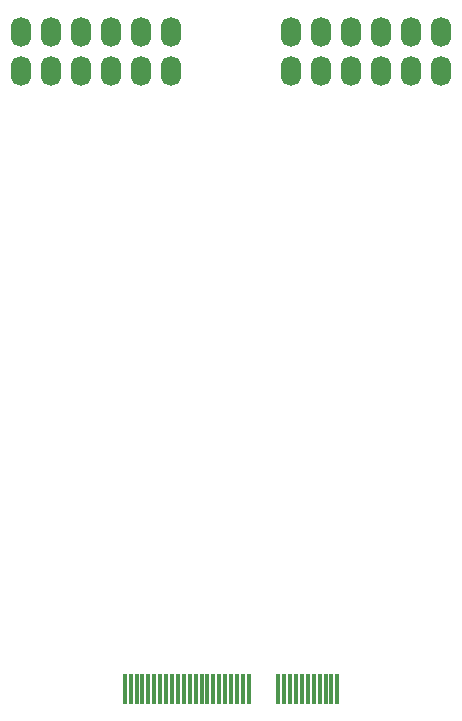
<source format=gbs>
%TF.GenerationSoftware,KiCad,Pcbnew,6.0.0-rc2-unknown-fe148df57e~144~ubuntu20.04.1*%
%TF.CreationDate,2021-12-26T07:15:28-08:00*%
%TF.ProjectId,micromod-pmod-function,6d696372-6f6d-46f6-942d-706d6f642d66,rev?*%
%TF.SameCoordinates,Original*%
%TF.FileFunction,Soldermask,Bot*%
%TF.FilePolarity,Negative*%
%FSLAX46Y46*%
G04 Gerber Fmt 4.6, Leading zero omitted, Abs format (unit mm)*
G04 Created by KiCad (PCBNEW 6.0.0-rc2-unknown-fe148df57e~144~ubuntu20.04.1) date 2021-12-26 07:15:28*
%MOMM*%
%LPD*%
G01*
G04 APERTURE LIST*
%ADD10O,1.700000X2.540000*%
%ADD11R,0.350000X2.500000*%
G04 APERTURE END LIST*
D10*
%TO.C,J3*%
X205080000Y-96438500D03*
X207620000Y-96438500D03*
X210160000Y-96438500D03*
X212700000Y-96438500D03*
X215240000Y-96438500D03*
X217780000Y-96438500D03*
X205080000Y-93098500D03*
X207620000Y-93098500D03*
X210160000Y-93098500D03*
X212700000Y-93098500D03*
X215240000Y-93098500D03*
X217780000Y-93098500D03*
%TD*%
D11*
%TO.C,J1*%
X209000000Y-148750000D03*
X208500000Y-148750000D03*
X208000000Y-148750000D03*
X207500000Y-148750000D03*
X207000000Y-148750000D03*
X206500000Y-148750000D03*
X206000000Y-148750000D03*
X205500000Y-148750000D03*
X205000000Y-148750000D03*
X204500000Y-148750000D03*
X204000000Y-148750000D03*
X201500000Y-148750000D03*
X201000000Y-148750000D03*
X200500000Y-148750000D03*
X200000000Y-148750000D03*
X199500000Y-148750000D03*
X199000000Y-148750000D03*
X198500000Y-148750000D03*
X198000000Y-148750000D03*
X197500000Y-148750000D03*
X197000000Y-148750000D03*
X196500000Y-148750000D03*
X196000000Y-148750000D03*
X195500000Y-148750000D03*
X195000000Y-148750000D03*
X194500000Y-148750000D03*
X194000000Y-148750000D03*
X193500000Y-148750000D03*
X193000000Y-148750000D03*
X192500000Y-148750000D03*
X192000000Y-148750000D03*
X191500000Y-148750000D03*
X191000000Y-148750000D03*
%TD*%
D10*
%TO.C,J2*%
X182220000Y-96438500D03*
X184760000Y-96438500D03*
X187300000Y-96438500D03*
X189840000Y-96438500D03*
X192380000Y-96438500D03*
X194920000Y-96438500D03*
X182220000Y-93098500D03*
X184760000Y-93098500D03*
X187300000Y-93098500D03*
X189840000Y-93098500D03*
X192380000Y-93098500D03*
X194920000Y-93098500D03*
%TD*%
M02*

</source>
